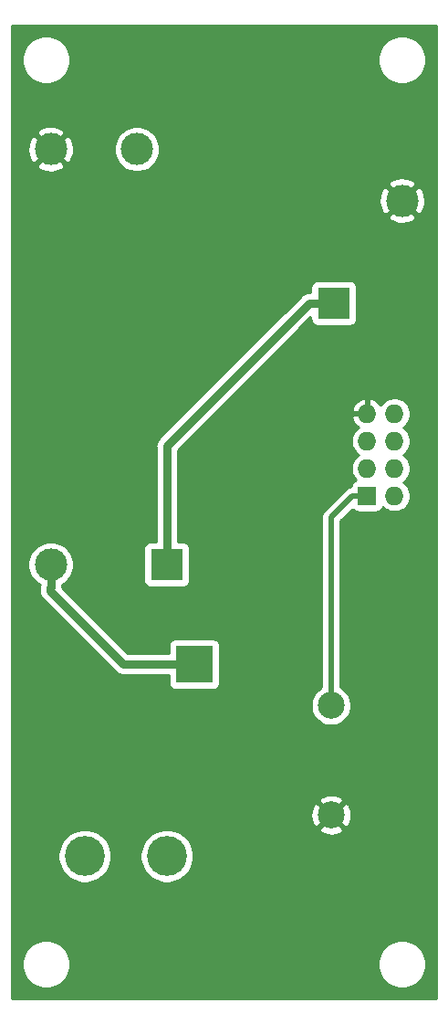
<source format=gtl>
G04 #@! TF.GenerationSoftware,KiCad,Pcbnew,(5.1.5)-3*
G04 #@! TF.CreationDate,2020-05-07T10:05:27-07:00*
G04 #@! TF.ProjectId,Plug_Pass_AC_shield,506c7567-5f50-4617-9373-5f41435f7368,rev?*
G04 #@! TF.SameCoordinates,Original*
G04 #@! TF.FileFunction,Copper,L1,Top*
G04 #@! TF.FilePolarity,Positive*
%FSLAX46Y46*%
G04 Gerber Fmt 4.6, Leading zero omitted, Abs format (unit mm)*
G04 Created by KiCad (PCBNEW (5.1.5)-3) date 2020-05-07 10:05:27*
%MOMM*%
%LPD*%
G04 APERTURE LIST*
%ADD10C,3.000000*%
%ADD11R,3.000000X3.000000*%
%ADD12C,2.500000*%
%ADD13R,3.500000X3.500000*%
%ADD14C,3.700000*%
%ADD15O,1.727200X1.727200*%
%ADD16R,1.727200X1.727200*%
%ADD17C,0.508000*%
%ADD18C,0.762000*%
%ADD19C,0.254000*%
G04 APERTURE END LIST*
D10*
X214645240Y-67657580D03*
D11*
X208295240Y-77157580D03*
D12*
X208045240Y-114447320D03*
X208045240Y-124607320D03*
D13*
X195345240Y-110637320D03*
D14*
X192805240Y-128417320D03*
X185185240Y-128417320D03*
D11*
X192786000Y-101386640D03*
D10*
X190036000Y-62886640D03*
X182036000Y-101386640D03*
X182036000Y-62886640D03*
D15*
X213934040Y-87403940D03*
X211394040Y-87403940D03*
X213934040Y-89943940D03*
X211394040Y-89943940D03*
X213934040Y-92483940D03*
X211394040Y-92483940D03*
X213934040Y-95023940D03*
D16*
X211394040Y-95023940D03*
D17*
X208045240Y-98779140D02*
X208045240Y-114447320D01*
X208045240Y-97001140D02*
X208045240Y-98779140D01*
X210022440Y-95023940D02*
X208045240Y-97001140D01*
X211394040Y-95023940D02*
X210022440Y-95023940D01*
D18*
X192786000Y-99124640D02*
X192786000Y-101386640D01*
X192786000Y-90404820D02*
X192786000Y-99124640D01*
X206033240Y-77157580D02*
X192786000Y-90404820D01*
X208295240Y-77157580D02*
X206033240Y-77157580D01*
X195345240Y-110637320D02*
X192935860Y-110637320D01*
X182036000Y-103507960D02*
X182006240Y-103537720D01*
X182036000Y-101386640D02*
X182036000Y-103507960D01*
X182006240Y-103537720D02*
X182006240Y-103870760D01*
X188772800Y-110637320D02*
X192935860Y-110637320D01*
X182006240Y-103870760D02*
X188772800Y-110637320D01*
D19*
G36*
X217792301Y-141592300D02*
G01*
X178447700Y-141592300D01*
X178447700Y-138205296D01*
X179328539Y-138205296D01*
X179328539Y-138654704D01*
X179416214Y-139095478D01*
X179588196Y-139510677D01*
X179837874Y-139884347D01*
X180155653Y-140202126D01*
X180529323Y-140451804D01*
X180944522Y-140623786D01*
X181385296Y-140711461D01*
X181834704Y-140711461D01*
X182275478Y-140623786D01*
X182690677Y-140451804D01*
X183064347Y-140202126D01*
X183382126Y-139884347D01*
X183631804Y-139510677D01*
X183803786Y-139095478D01*
X183891461Y-138654704D01*
X183891461Y-138205296D01*
X212348539Y-138205296D01*
X212348539Y-138654704D01*
X212436214Y-139095478D01*
X212608196Y-139510677D01*
X212857874Y-139884347D01*
X213175653Y-140202126D01*
X213549323Y-140451804D01*
X213964522Y-140623786D01*
X214405296Y-140711461D01*
X214854704Y-140711461D01*
X215295478Y-140623786D01*
X215710677Y-140451804D01*
X216084347Y-140202126D01*
X216402126Y-139884347D01*
X216651804Y-139510677D01*
X216823786Y-139095478D01*
X216911461Y-138654704D01*
X216911461Y-138205296D01*
X216823786Y-137764522D01*
X216651804Y-137349323D01*
X216402126Y-136975653D01*
X216084347Y-136657874D01*
X215710677Y-136408196D01*
X215295478Y-136236214D01*
X214854704Y-136148539D01*
X214405296Y-136148539D01*
X213964522Y-136236214D01*
X213549323Y-136408196D01*
X213175653Y-136657874D01*
X212857874Y-136975653D01*
X212608196Y-137349323D01*
X212436214Y-137764522D01*
X212348539Y-138205296D01*
X183891461Y-138205296D01*
X183803786Y-137764522D01*
X183631804Y-137349323D01*
X183382126Y-136975653D01*
X183064347Y-136657874D01*
X182690677Y-136408196D01*
X182275478Y-136236214D01*
X181834704Y-136148539D01*
X181385296Y-136148539D01*
X180944522Y-136236214D01*
X180529323Y-136408196D01*
X180155653Y-136657874D01*
X179837874Y-136975653D01*
X179588196Y-137349323D01*
X179416214Y-137764522D01*
X179328539Y-138205296D01*
X178447700Y-138205296D01*
X178447700Y-128172569D01*
X182700240Y-128172569D01*
X182700240Y-128662071D01*
X182795737Y-129142168D01*
X182983061Y-129594409D01*
X183255014Y-130001415D01*
X183601145Y-130347546D01*
X184008151Y-130619499D01*
X184460392Y-130806823D01*
X184940489Y-130902320D01*
X185429991Y-130902320D01*
X185910088Y-130806823D01*
X186362329Y-130619499D01*
X186769335Y-130347546D01*
X187115466Y-130001415D01*
X187387419Y-129594409D01*
X187574743Y-129142168D01*
X187670240Y-128662071D01*
X187670240Y-128172569D01*
X190320240Y-128172569D01*
X190320240Y-128662071D01*
X190415737Y-129142168D01*
X190603061Y-129594409D01*
X190875014Y-130001415D01*
X191221145Y-130347546D01*
X191628151Y-130619499D01*
X192080392Y-130806823D01*
X192560489Y-130902320D01*
X193049991Y-130902320D01*
X193530088Y-130806823D01*
X193982329Y-130619499D01*
X194389335Y-130347546D01*
X194735466Y-130001415D01*
X195007419Y-129594409D01*
X195194743Y-129142168D01*
X195290240Y-128662071D01*
X195290240Y-128172569D01*
X195194743Y-127692472D01*
X195007419Y-127240231D01*
X194735466Y-126833225D01*
X194389335Y-126487094D01*
X193982329Y-126215141D01*
X193530088Y-126027817D01*
X193049991Y-125932320D01*
X192560489Y-125932320D01*
X192080392Y-126027817D01*
X191628151Y-126215141D01*
X191221145Y-126487094D01*
X190875014Y-126833225D01*
X190603061Y-127240231D01*
X190415737Y-127692472D01*
X190320240Y-128172569D01*
X187670240Y-128172569D01*
X187574743Y-127692472D01*
X187387419Y-127240231D01*
X187115466Y-126833225D01*
X186769335Y-126487094D01*
X186362329Y-126215141D01*
X185910088Y-126027817D01*
X185429991Y-125932320D01*
X184940489Y-125932320D01*
X184460392Y-126027817D01*
X184008151Y-126215141D01*
X183601145Y-126487094D01*
X183255014Y-126833225D01*
X182983061Y-127240231D01*
X182795737Y-127692472D01*
X182700240Y-128172569D01*
X178447700Y-128172569D01*
X178447700Y-125920925D01*
X206911240Y-125920925D01*
X207037154Y-126210897D01*
X207369366Y-126376753D01*
X207727552Y-126474610D01*
X208097946Y-126500709D01*
X208466315Y-126454045D01*
X208818502Y-126336414D01*
X209053326Y-126210897D01*
X209179240Y-125920925D01*
X208045240Y-124786925D01*
X206911240Y-125920925D01*
X178447700Y-125920925D01*
X178447700Y-124660026D01*
X206151851Y-124660026D01*
X206198515Y-125028395D01*
X206316146Y-125380582D01*
X206441663Y-125615406D01*
X206731635Y-125741320D01*
X207865635Y-124607320D01*
X208224845Y-124607320D01*
X209358845Y-125741320D01*
X209648817Y-125615406D01*
X209814673Y-125283194D01*
X209912530Y-124925008D01*
X209938629Y-124554614D01*
X209891965Y-124186245D01*
X209774334Y-123834058D01*
X209648817Y-123599234D01*
X209358845Y-123473320D01*
X208224845Y-124607320D01*
X207865635Y-124607320D01*
X206731635Y-123473320D01*
X206441663Y-123599234D01*
X206275807Y-123931446D01*
X206177950Y-124289632D01*
X206151851Y-124660026D01*
X178447700Y-124660026D01*
X178447700Y-123293715D01*
X206911240Y-123293715D01*
X208045240Y-124427715D01*
X209179240Y-123293715D01*
X209053326Y-123003743D01*
X208721114Y-122837887D01*
X208362928Y-122740030D01*
X207992534Y-122713931D01*
X207624165Y-122760595D01*
X207271978Y-122878226D01*
X207037154Y-123003743D01*
X206911240Y-123293715D01*
X178447700Y-123293715D01*
X178447700Y-114261664D01*
X206160240Y-114261664D01*
X206160240Y-114632976D01*
X206232679Y-114997154D01*
X206374774Y-115340202D01*
X206581065Y-115648938D01*
X206843622Y-115911495D01*
X207152358Y-116117786D01*
X207495406Y-116259881D01*
X207859584Y-116332320D01*
X208230896Y-116332320D01*
X208595074Y-116259881D01*
X208938122Y-116117786D01*
X209246858Y-115911495D01*
X209509415Y-115648938D01*
X209715706Y-115340202D01*
X209857801Y-114997154D01*
X209930240Y-114632976D01*
X209930240Y-114261664D01*
X209857801Y-113897486D01*
X209715706Y-113554438D01*
X209509415Y-113245702D01*
X209246858Y-112983145D01*
X208938122Y-112776854D01*
X208934240Y-112775246D01*
X208934240Y-97369375D01*
X210027705Y-96275911D01*
X210079255Y-96338725D01*
X210175946Y-96418077D01*
X210286260Y-96477042D01*
X210405958Y-96513352D01*
X210530440Y-96525612D01*
X212257640Y-96525612D01*
X212382122Y-96513352D01*
X212501820Y-96477042D01*
X212612134Y-96418077D01*
X212708825Y-96338725D01*
X212788177Y-96242034D01*
X212847142Y-96131720D01*
X212864676Y-96073917D01*
X212978738Y-96187979D01*
X213224187Y-96351982D01*
X213496915Y-96464950D01*
X213786441Y-96522540D01*
X214081639Y-96522540D01*
X214371165Y-96464950D01*
X214643893Y-96351982D01*
X214889342Y-96187979D01*
X215098079Y-95979242D01*
X215262082Y-95733793D01*
X215375050Y-95461065D01*
X215432640Y-95171539D01*
X215432640Y-94876341D01*
X215375050Y-94586815D01*
X215262082Y-94314087D01*
X215098079Y-94068638D01*
X214889342Y-93859901D01*
X214730759Y-93753940D01*
X214889342Y-93647979D01*
X215098079Y-93439242D01*
X215262082Y-93193793D01*
X215375050Y-92921065D01*
X215432640Y-92631539D01*
X215432640Y-92336341D01*
X215375050Y-92046815D01*
X215262082Y-91774087D01*
X215098079Y-91528638D01*
X214889342Y-91319901D01*
X214730759Y-91213940D01*
X214889342Y-91107979D01*
X215098079Y-90899242D01*
X215262082Y-90653793D01*
X215375050Y-90381065D01*
X215432640Y-90091539D01*
X215432640Y-89796341D01*
X215375050Y-89506815D01*
X215262082Y-89234087D01*
X215098079Y-88988638D01*
X214889342Y-88779901D01*
X214730759Y-88673940D01*
X214889342Y-88567979D01*
X215098079Y-88359242D01*
X215262082Y-88113793D01*
X215375050Y-87841065D01*
X215432640Y-87551539D01*
X215432640Y-87256341D01*
X215375050Y-86966815D01*
X215262082Y-86694087D01*
X215098079Y-86448638D01*
X214889342Y-86239901D01*
X214643893Y-86075898D01*
X214371165Y-85962930D01*
X214081639Y-85905340D01*
X213786441Y-85905340D01*
X213496915Y-85962930D01*
X213224187Y-86075898D01*
X212978738Y-86239901D01*
X212770001Y-86448638D01*
X212662348Y-86609753D01*
X212500894Y-86393647D01*
X212282528Y-86197123D01*
X212030018Y-86046976D01*
X211753067Y-85948977D01*
X211521040Y-86069476D01*
X211521040Y-87276940D01*
X211541040Y-87276940D01*
X211541040Y-87530940D01*
X211521040Y-87530940D01*
X211521040Y-87550940D01*
X211267040Y-87550940D01*
X211267040Y-87530940D01*
X210060223Y-87530940D01*
X209939082Y-87762966D01*
X209984818Y-87913754D01*
X210111356Y-88178884D01*
X210287186Y-88414233D01*
X210505552Y-88610757D01*
X210604143Y-88669381D01*
X210438738Y-88779901D01*
X210230001Y-88988638D01*
X210065998Y-89234087D01*
X209953030Y-89506815D01*
X209895440Y-89796341D01*
X209895440Y-90091539D01*
X209953030Y-90381065D01*
X210065998Y-90653793D01*
X210230001Y-90899242D01*
X210438738Y-91107979D01*
X210597321Y-91213940D01*
X210438738Y-91319901D01*
X210230001Y-91528638D01*
X210065998Y-91774087D01*
X209953030Y-92046815D01*
X209895440Y-92336341D01*
X209895440Y-92631539D01*
X209953030Y-92921065D01*
X210065998Y-93193793D01*
X210230001Y-93439242D01*
X210344063Y-93553304D01*
X210286260Y-93570838D01*
X210175946Y-93629803D01*
X210079255Y-93709155D01*
X209999903Y-93805846D01*
X209940938Y-93916160D01*
X209904628Y-94035858D01*
X209894048Y-94143285D01*
X209866513Y-94145997D01*
X209848165Y-94147804D01*
X209775198Y-94169938D01*
X209680589Y-94198637D01*
X209526149Y-94281187D01*
X209390781Y-94392281D01*
X209362946Y-94426198D01*
X207447504Y-96341641D01*
X207413581Y-96369481D01*
X207302487Y-96504850D01*
X207219937Y-96659290D01*
X207169104Y-96826867D01*
X207156240Y-96957474D01*
X207156240Y-96957480D01*
X207151940Y-97001140D01*
X207156240Y-97044800D01*
X207156241Y-98735464D01*
X207156240Y-98735474D01*
X207156241Y-112775246D01*
X207152358Y-112776854D01*
X206843622Y-112983145D01*
X206581065Y-113245702D01*
X206374774Y-113554438D01*
X206232679Y-113897486D01*
X206160240Y-114261664D01*
X178447700Y-114261664D01*
X178447700Y-101176361D01*
X179901000Y-101176361D01*
X179901000Y-101596919D01*
X179983047Y-102009396D01*
X180143988Y-102397942D01*
X180377637Y-102747623D01*
X180675017Y-103045003D01*
X181020001Y-103275513D01*
X181020001Y-103288908D01*
X181004942Y-103338550D01*
X180985325Y-103537720D01*
X180990240Y-103587622D01*
X180990240Y-103820858D01*
X180985325Y-103870760D01*
X180990240Y-103920661D01*
X180990240Y-103920662D01*
X181004942Y-104069931D01*
X181063038Y-104261447D01*
X181157380Y-104437950D01*
X181284345Y-104592656D01*
X181323108Y-104624468D01*
X188019092Y-111320453D01*
X188050904Y-111359216D01*
X188205610Y-111486180D01*
X188320632Y-111547660D01*
X188382112Y-111580522D01*
X188573629Y-111638618D01*
X188772800Y-111658235D01*
X188822702Y-111653320D01*
X192957168Y-111653320D01*
X192957168Y-112387320D01*
X192969428Y-112511802D01*
X193005738Y-112631500D01*
X193064703Y-112741814D01*
X193144055Y-112838505D01*
X193240746Y-112917857D01*
X193351060Y-112976822D01*
X193470758Y-113013132D01*
X193595240Y-113025392D01*
X197095240Y-113025392D01*
X197219722Y-113013132D01*
X197339420Y-112976822D01*
X197449734Y-112917857D01*
X197546425Y-112838505D01*
X197625777Y-112741814D01*
X197684742Y-112631500D01*
X197721052Y-112511802D01*
X197733312Y-112387320D01*
X197733312Y-108887320D01*
X197721052Y-108762838D01*
X197684742Y-108643140D01*
X197625777Y-108532826D01*
X197546425Y-108436135D01*
X197449734Y-108356783D01*
X197339420Y-108297818D01*
X197219722Y-108261508D01*
X197095240Y-108249248D01*
X193595240Y-108249248D01*
X193470758Y-108261508D01*
X193351060Y-108297818D01*
X193240746Y-108356783D01*
X193144055Y-108436135D01*
X193064703Y-108532826D01*
X193005738Y-108643140D01*
X192969428Y-108762838D01*
X192957168Y-108887320D01*
X192957168Y-109621320D01*
X189193641Y-109621320D01*
X183054362Y-103482042D01*
X183052000Y-103458058D01*
X183052000Y-103275513D01*
X183396983Y-103045003D01*
X183694363Y-102747623D01*
X183928012Y-102397942D01*
X184088953Y-102009396D01*
X184171000Y-101596919D01*
X184171000Y-101176361D01*
X184088953Y-100763884D01*
X183928012Y-100375338D01*
X183694363Y-100025657D01*
X183555346Y-99886640D01*
X190647928Y-99886640D01*
X190647928Y-102886640D01*
X190660188Y-103011122D01*
X190696498Y-103130820D01*
X190755463Y-103241134D01*
X190834815Y-103337825D01*
X190931506Y-103417177D01*
X191041820Y-103476142D01*
X191161518Y-103512452D01*
X191286000Y-103524712D01*
X194286000Y-103524712D01*
X194410482Y-103512452D01*
X194530180Y-103476142D01*
X194640494Y-103417177D01*
X194737185Y-103337825D01*
X194816537Y-103241134D01*
X194875502Y-103130820D01*
X194911812Y-103011122D01*
X194924072Y-102886640D01*
X194924072Y-99886640D01*
X194911812Y-99762158D01*
X194875502Y-99642460D01*
X194816537Y-99532146D01*
X194737185Y-99435455D01*
X194640494Y-99356103D01*
X194530180Y-99297138D01*
X194410482Y-99260828D01*
X194286000Y-99248568D01*
X193802000Y-99248568D01*
X193802000Y-90825660D01*
X197582746Y-87044914D01*
X209939082Y-87044914D01*
X210060223Y-87276940D01*
X211267040Y-87276940D01*
X211267040Y-86069476D01*
X211035013Y-85948977D01*
X210758062Y-86046976D01*
X210505552Y-86197123D01*
X210287186Y-86393647D01*
X210111356Y-86628996D01*
X209984818Y-86894126D01*
X209939082Y-87044914D01*
X197582746Y-87044914D01*
X206157168Y-78470493D01*
X206157168Y-78657580D01*
X206169428Y-78782062D01*
X206205738Y-78901760D01*
X206264703Y-79012074D01*
X206344055Y-79108765D01*
X206440746Y-79188117D01*
X206551060Y-79247082D01*
X206670758Y-79283392D01*
X206795240Y-79295652D01*
X209795240Y-79295652D01*
X209919722Y-79283392D01*
X210039420Y-79247082D01*
X210149734Y-79188117D01*
X210246425Y-79108765D01*
X210325777Y-79012074D01*
X210384742Y-78901760D01*
X210421052Y-78782062D01*
X210433312Y-78657580D01*
X210433312Y-75657580D01*
X210421052Y-75533098D01*
X210384742Y-75413400D01*
X210325777Y-75303086D01*
X210246425Y-75206395D01*
X210149734Y-75127043D01*
X210039420Y-75068078D01*
X209919722Y-75031768D01*
X209795240Y-75019508D01*
X206795240Y-75019508D01*
X206670758Y-75031768D01*
X206551060Y-75068078D01*
X206440746Y-75127043D01*
X206344055Y-75206395D01*
X206264703Y-75303086D01*
X206205738Y-75413400D01*
X206169428Y-75533098D01*
X206157168Y-75657580D01*
X206157168Y-76141580D01*
X206083133Y-76141580D01*
X206033239Y-76136666D01*
X205983345Y-76141580D01*
X205983338Y-76141580D01*
X205853417Y-76154376D01*
X205834068Y-76156282D01*
X205775972Y-76173906D01*
X205642553Y-76214378D01*
X205466050Y-76308720D01*
X205311344Y-76435684D01*
X205279532Y-76474447D01*
X192102872Y-89651108D01*
X192064104Y-89682924D01*
X191937140Y-89837630D01*
X191842798Y-90014134D01*
X191784702Y-90205649D01*
X191784702Y-90205650D01*
X191765085Y-90404820D01*
X191770000Y-90454722D01*
X191770001Y-99074729D01*
X191770000Y-99074739D01*
X191770000Y-99248568D01*
X191286000Y-99248568D01*
X191161518Y-99260828D01*
X191041820Y-99297138D01*
X190931506Y-99356103D01*
X190834815Y-99435455D01*
X190755463Y-99532146D01*
X190696498Y-99642460D01*
X190660188Y-99762158D01*
X190647928Y-99886640D01*
X183555346Y-99886640D01*
X183396983Y-99728277D01*
X183047302Y-99494628D01*
X182658756Y-99333687D01*
X182246279Y-99251640D01*
X181825721Y-99251640D01*
X181413244Y-99333687D01*
X181024698Y-99494628D01*
X180675017Y-99728277D01*
X180377637Y-100025657D01*
X180143988Y-100375338D01*
X179983047Y-100763884D01*
X179901000Y-101176361D01*
X178447700Y-101176361D01*
X178447700Y-69149233D01*
X213333192Y-69149233D01*
X213489202Y-69464794D01*
X213863985Y-69655600D01*
X214268791Y-69769624D01*
X214688064Y-69802482D01*
X215105691Y-69752914D01*
X215505623Y-69622823D01*
X215801278Y-69464794D01*
X215957288Y-69149233D01*
X214645240Y-67837185D01*
X213333192Y-69149233D01*
X178447700Y-69149233D01*
X178447700Y-67700404D01*
X212500338Y-67700404D01*
X212549906Y-68118031D01*
X212679997Y-68517963D01*
X212838026Y-68813618D01*
X213153587Y-68969628D01*
X214465635Y-67657580D01*
X214824845Y-67657580D01*
X216136893Y-68969628D01*
X216452454Y-68813618D01*
X216643260Y-68438835D01*
X216757284Y-68034029D01*
X216790142Y-67614756D01*
X216740574Y-67197129D01*
X216610483Y-66797197D01*
X216452454Y-66501542D01*
X216136893Y-66345532D01*
X214824845Y-67657580D01*
X214465635Y-67657580D01*
X213153587Y-66345532D01*
X212838026Y-66501542D01*
X212647220Y-66876325D01*
X212533196Y-67281131D01*
X212500338Y-67700404D01*
X178447700Y-67700404D01*
X178447700Y-66165927D01*
X213333192Y-66165927D01*
X214645240Y-67477975D01*
X215957288Y-66165927D01*
X215801278Y-65850366D01*
X215426495Y-65659560D01*
X215021689Y-65545536D01*
X214602416Y-65512678D01*
X214184789Y-65562246D01*
X213784857Y-65692337D01*
X213489202Y-65850366D01*
X213333192Y-66165927D01*
X178447700Y-66165927D01*
X178447700Y-64378293D01*
X180723952Y-64378293D01*
X180879962Y-64693854D01*
X181254745Y-64884660D01*
X181659551Y-64998684D01*
X182078824Y-65031542D01*
X182496451Y-64981974D01*
X182896383Y-64851883D01*
X183192038Y-64693854D01*
X183348048Y-64378293D01*
X182036000Y-63066245D01*
X180723952Y-64378293D01*
X178447700Y-64378293D01*
X178447700Y-62929464D01*
X179891098Y-62929464D01*
X179940666Y-63347091D01*
X180070757Y-63747023D01*
X180228786Y-64042678D01*
X180544347Y-64198688D01*
X181856395Y-62886640D01*
X182215605Y-62886640D01*
X183527653Y-64198688D01*
X183843214Y-64042678D01*
X184034020Y-63667895D01*
X184148044Y-63263089D01*
X184180902Y-62843816D01*
X184161027Y-62676361D01*
X187901000Y-62676361D01*
X187901000Y-63096919D01*
X187983047Y-63509396D01*
X188143988Y-63897942D01*
X188377637Y-64247623D01*
X188675017Y-64545003D01*
X189024698Y-64778652D01*
X189413244Y-64939593D01*
X189825721Y-65021640D01*
X190246279Y-65021640D01*
X190658756Y-64939593D01*
X191047302Y-64778652D01*
X191396983Y-64545003D01*
X191694363Y-64247623D01*
X191928012Y-63897942D01*
X192088953Y-63509396D01*
X192171000Y-63096919D01*
X192171000Y-62676361D01*
X192088953Y-62263884D01*
X191928012Y-61875338D01*
X191694363Y-61525657D01*
X191396983Y-61228277D01*
X191047302Y-60994628D01*
X190658756Y-60833687D01*
X190246279Y-60751640D01*
X189825721Y-60751640D01*
X189413244Y-60833687D01*
X189024698Y-60994628D01*
X188675017Y-61228277D01*
X188377637Y-61525657D01*
X188143988Y-61875338D01*
X187983047Y-62263884D01*
X187901000Y-62676361D01*
X184161027Y-62676361D01*
X184131334Y-62426189D01*
X184001243Y-62026257D01*
X183843214Y-61730602D01*
X183527653Y-61574592D01*
X182215605Y-62886640D01*
X181856395Y-62886640D01*
X180544347Y-61574592D01*
X180228786Y-61730602D01*
X180037980Y-62105385D01*
X179923956Y-62510191D01*
X179891098Y-62929464D01*
X178447700Y-62929464D01*
X178447700Y-61394987D01*
X180723952Y-61394987D01*
X182036000Y-62707035D01*
X183348048Y-61394987D01*
X183192038Y-61079426D01*
X182817255Y-60888620D01*
X182412449Y-60774596D01*
X181993176Y-60741738D01*
X181575549Y-60791306D01*
X181175617Y-60921397D01*
X180879962Y-61079426D01*
X180723952Y-61394987D01*
X178447700Y-61394987D01*
X178447700Y-54385296D01*
X179328539Y-54385296D01*
X179328539Y-54834704D01*
X179416214Y-55275478D01*
X179588196Y-55690677D01*
X179837874Y-56064347D01*
X180155653Y-56382126D01*
X180529323Y-56631804D01*
X180944522Y-56803786D01*
X181385296Y-56891461D01*
X181834704Y-56891461D01*
X182275478Y-56803786D01*
X182690677Y-56631804D01*
X183064347Y-56382126D01*
X183382126Y-56064347D01*
X183631804Y-55690677D01*
X183803786Y-55275478D01*
X183891461Y-54834704D01*
X183891461Y-54385296D01*
X212348539Y-54385296D01*
X212348539Y-54834704D01*
X212436214Y-55275478D01*
X212608196Y-55690677D01*
X212857874Y-56064347D01*
X213175653Y-56382126D01*
X213549323Y-56631804D01*
X213964522Y-56803786D01*
X214405296Y-56891461D01*
X214854704Y-56891461D01*
X215295478Y-56803786D01*
X215710677Y-56631804D01*
X216084347Y-56382126D01*
X216402126Y-56064347D01*
X216651804Y-55690677D01*
X216823786Y-55275478D01*
X216911461Y-54834704D01*
X216911461Y-54385296D01*
X216823786Y-53944522D01*
X216651804Y-53529323D01*
X216402126Y-53155653D01*
X216084347Y-52837874D01*
X215710677Y-52588196D01*
X215295478Y-52416214D01*
X214854704Y-52328539D01*
X214405296Y-52328539D01*
X213964522Y-52416214D01*
X213549323Y-52588196D01*
X213175653Y-52837874D01*
X212857874Y-53155653D01*
X212608196Y-53529323D01*
X212436214Y-53944522D01*
X212348539Y-54385296D01*
X183891461Y-54385296D01*
X183803786Y-53944522D01*
X183631804Y-53529323D01*
X183382126Y-53155653D01*
X183064347Y-52837874D01*
X182690677Y-52588196D01*
X182275478Y-52416214D01*
X181834704Y-52328539D01*
X181385296Y-52328539D01*
X180944522Y-52416214D01*
X180529323Y-52588196D01*
X180155653Y-52837874D01*
X179837874Y-53155653D01*
X179588196Y-53529323D01*
X179416214Y-53944522D01*
X179328539Y-54385296D01*
X178447700Y-54385296D01*
X178447700Y-51447700D01*
X217792300Y-51447700D01*
X217792301Y-141592300D01*
G37*
X217792301Y-141592300D02*
X178447700Y-141592300D01*
X178447700Y-138205296D01*
X179328539Y-138205296D01*
X179328539Y-138654704D01*
X179416214Y-139095478D01*
X179588196Y-139510677D01*
X179837874Y-139884347D01*
X180155653Y-140202126D01*
X180529323Y-140451804D01*
X180944522Y-140623786D01*
X181385296Y-140711461D01*
X181834704Y-140711461D01*
X182275478Y-140623786D01*
X182690677Y-140451804D01*
X183064347Y-140202126D01*
X183382126Y-139884347D01*
X183631804Y-139510677D01*
X183803786Y-139095478D01*
X183891461Y-138654704D01*
X183891461Y-138205296D01*
X212348539Y-138205296D01*
X212348539Y-138654704D01*
X212436214Y-139095478D01*
X212608196Y-139510677D01*
X212857874Y-139884347D01*
X213175653Y-140202126D01*
X213549323Y-140451804D01*
X213964522Y-140623786D01*
X214405296Y-140711461D01*
X214854704Y-140711461D01*
X215295478Y-140623786D01*
X215710677Y-140451804D01*
X216084347Y-140202126D01*
X216402126Y-139884347D01*
X216651804Y-139510677D01*
X216823786Y-139095478D01*
X216911461Y-138654704D01*
X216911461Y-138205296D01*
X216823786Y-137764522D01*
X216651804Y-137349323D01*
X216402126Y-136975653D01*
X216084347Y-136657874D01*
X215710677Y-136408196D01*
X215295478Y-136236214D01*
X214854704Y-136148539D01*
X214405296Y-136148539D01*
X213964522Y-136236214D01*
X213549323Y-136408196D01*
X213175653Y-136657874D01*
X212857874Y-136975653D01*
X212608196Y-137349323D01*
X212436214Y-137764522D01*
X212348539Y-138205296D01*
X183891461Y-138205296D01*
X183803786Y-137764522D01*
X183631804Y-137349323D01*
X183382126Y-136975653D01*
X183064347Y-136657874D01*
X182690677Y-136408196D01*
X182275478Y-136236214D01*
X181834704Y-136148539D01*
X181385296Y-136148539D01*
X180944522Y-136236214D01*
X180529323Y-136408196D01*
X180155653Y-136657874D01*
X179837874Y-136975653D01*
X179588196Y-137349323D01*
X179416214Y-137764522D01*
X179328539Y-138205296D01*
X178447700Y-138205296D01*
X178447700Y-128172569D01*
X182700240Y-128172569D01*
X182700240Y-128662071D01*
X182795737Y-129142168D01*
X182983061Y-129594409D01*
X183255014Y-130001415D01*
X183601145Y-130347546D01*
X184008151Y-130619499D01*
X184460392Y-130806823D01*
X184940489Y-130902320D01*
X185429991Y-130902320D01*
X185910088Y-130806823D01*
X186362329Y-130619499D01*
X186769335Y-130347546D01*
X187115466Y-130001415D01*
X187387419Y-129594409D01*
X187574743Y-129142168D01*
X187670240Y-128662071D01*
X187670240Y-128172569D01*
X190320240Y-128172569D01*
X190320240Y-128662071D01*
X190415737Y-129142168D01*
X190603061Y-129594409D01*
X190875014Y-130001415D01*
X191221145Y-130347546D01*
X191628151Y-130619499D01*
X192080392Y-130806823D01*
X192560489Y-130902320D01*
X193049991Y-130902320D01*
X193530088Y-130806823D01*
X193982329Y-130619499D01*
X194389335Y-130347546D01*
X194735466Y-130001415D01*
X195007419Y-129594409D01*
X195194743Y-129142168D01*
X195290240Y-128662071D01*
X195290240Y-128172569D01*
X195194743Y-127692472D01*
X195007419Y-127240231D01*
X194735466Y-126833225D01*
X194389335Y-126487094D01*
X193982329Y-126215141D01*
X193530088Y-126027817D01*
X193049991Y-125932320D01*
X192560489Y-125932320D01*
X192080392Y-126027817D01*
X191628151Y-126215141D01*
X191221145Y-126487094D01*
X190875014Y-126833225D01*
X190603061Y-127240231D01*
X190415737Y-127692472D01*
X190320240Y-128172569D01*
X187670240Y-128172569D01*
X187574743Y-127692472D01*
X187387419Y-127240231D01*
X187115466Y-126833225D01*
X186769335Y-126487094D01*
X186362329Y-126215141D01*
X185910088Y-126027817D01*
X185429991Y-125932320D01*
X184940489Y-125932320D01*
X184460392Y-126027817D01*
X184008151Y-126215141D01*
X183601145Y-126487094D01*
X183255014Y-126833225D01*
X182983061Y-127240231D01*
X182795737Y-127692472D01*
X182700240Y-128172569D01*
X178447700Y-128172569D01*
X178447700Y-125920925D01*
X206911240Y-125920925D01*
X207037154Y-126210897D01*
X207369366Y-126376753D01*
X207727552Y-126474610D01*
X208097946Y-126500709D01*
X208466315Y-126454045D01*
X208818502Y-126336414D01*
X209053326Y-126210897D01*
X209179240Y-125920925D01*
X208045240Y-124786925D01*
X206911240Y-125920925D01*
X178447700Y-125920925D01*
X178447700Y-124660026D01*
X206151851Y-124660026D01*
X206198515Y-125028395D01*
X206316146Y-125380582D01*
X206441663Y-125615406D01*
X206731635Y-125741320D01*
X207865635Y-124607320D01*
X208224845Y-124607320D01*
X209358845Y-125741320D01*
X209648817Y-125615406D01*
X209814673Y-125283194D01*
X209912530Y-124925008D01*
X209938629Y-124554614D01*
X209891965Y-124186245D01*
X209774334Y-123834058D01*
X209648817Y-123599234D01*
X209358845Y-123473320D01*
X208224845Y-124607320D01*
X207865635Y-124607320D01*
X206731635Y-123473320D01*
X206441663Y-123599234D01*
X206275807Y-123931446D01*
X206177950Y-124289632D01*
X206151851Y-124660026D01*
X178447700Y-124660026D01*
X178447700Y-123293715D01*
X206911240Y-123293715D01*
X208045240Y-124427715D01*
X209179240Y-123293715D01*
X209053326Y-123003743D01*
X208721114Y-122837887D01*
X208362928Y-122740030D01*
X207992534Y-122713931D01*
X207624165Y-122760595D01*
X207271978Y-122878226D01*
X207037154Y-123003743D01*
X206911240Y-123293715D01*
X178447700Y-123293715D01*
X178447700Y-114261664D01*
X206160240Y-114261664D01*
X206160240Y-114632976D01*
X206232679Y-114997154D01*
X206374774Y-115340202D01*
X206581065Y-115648938D01*
X206843622Y-115911495D01*
X207152358Y-116117786D01*
X207495406Y-116259881D01*
X207859584Y-116332320D01*
X208230896Y-116332320D01*
X208595074Y-116259881D01*
X208938122Y-116117786D01*
X209246858Y-115911495D01*
X209509415Y-115648938D01*
X209715706Y-115340202D01*
X209857801Y-114997154D01*
X209930240Y-114632976D01*
X209930240Y-114261664D01*
X209857801Y-113897486D01*
X209715706Y-113554438D01*
X209509415Y-113245702D01*
X209246858Y-112983145D01*
X208938122Y-112776854D01*
X208934240Y-112775246D01*
X208934240Y-97369375D01*
X210027705Y-96275911D01*
X210079255Y-96338725D01*
X210175946Y-96418077D01*
X210286260Y-96477042D01*
X210405958Y-96513352D01*
X210530440Y-96525612D01*
X212257640Y-96525612D01*
X212382122Y-96513352D01*
X212501820Y-96477042D01*
X212612134Y-96418077D01*
X212708825Y-96338725D01*
X212788177Y-96242034D01*
X212847142Y-96131720D01*
X212864676Y-96073917D01*
X212978738Y-96187979D01*
X213224187Y-96351982D01*
X213496915Y-96464950D01*
X213786441Y-96522540D01*
X214081639Y-96522540D01*
X214371165Y-96464950D01*
X214643893Y-96351982D01*
X214889342Y-96187979D01*
X215098079Y-95979242D01*
X215262082Y-95733793D01*
X215375050Y-95461065D01*
X215432640Y-95171539D01*
X215432640Y-94876341D01*
X215375050Y-94586815D01*
X215262082Y-94314087D01*
X215098079Y-94068638D01*
X214889342Y-93859901D01*
X214730759Y-93753940D01*
X214889342Y-93647979D01*
X215098079Y-93439242D01*
X215262082Y-93193793D01*
X215375050Y-92921065D01*
X215432640Y-92631539D01*
X215432640Y-92336341D01*
X215375050Y-92046815D01*
X215262082Y-91774087D01*
X215098079Y-91528638D01*
X214889342Y-91319901D01*
X214730759Y-91213940D01*
X214889342Y-91107979D01*
X215098079Y-90899242D01*
X215262082Y-90653793D01*
X215375050Y-90381065D01*
X215432640Y-90091539D01*
X215432640Y-89796341D01*
X215375050Y-89506815D01*
X215262082Y-89234087D01*
X215098079Y-88988638D01*
X214889342Y-88779901D01*
X214730759Y-88673940D01*
X214889342Y-88567979D01*
X215098079Y-88359242D01*
X215262082Y-88113793D01*
X215375050Y-87841065D01*
X215432640Y-87551539D01*
X215432640Y-87256341D01*
X215375050Y-86966815D01*
X215262082Y-86694087D01*
X215098079Y-86448638D01*
X214889342Y-86239901D01*
X214643893Y-86075898D01*
X214371165Y-85962930D01*
X214081639Y-85905340D01*
X213786441Y-85905340D01*
X213496915Y-85962930D01*
X213224187Y-86075898D01*
X212978738Y-86239901D01*
X212770001Y-86448638D01*
X212662348Y-86609753D01*
X212500894Y-86393647D01*
X212282528Y-86197123D01*
X212030018Y-86046976D01*
X211753067Y-85948977D01*
X211521040Y-86069476D01*
X211521040Y-87276940D01*
X211541040Y-87276940D01*
X211541040Y-87530940D01*
X211521040Y-87530940D01*
X211521040Y-87550940D01*
X211267040Y-87550940D01*
X211267040Y-87530940D01*
X210060223Y-87530940D01*
X209939082Y-87762966D01*
X209984818Y-87913754D01*
X210111356Y-88178884D01*
X210287186Y-88414233D01*
X210505552Y-88610757D01*
X210604143Y-88669381D01*
X210438738Y-88779901D01*
X210230001Y-88988638D01*
X210065998Y-89234087D01*
X209953030Y-89506815D01*
X209895440Y-89796341D01*
X209895440Y-90091539D01*
X209953030Y-90381065D01*
X210065998Y-90653793D01*
X210230001Y-90899242D01*
X210438738Y-91107979D01*
X210597321Y-91213940D01*
X210438738Y-91319901D01*
X210230001Y-91528638D01*
X210065998Y-91774087D01*
X209953030Y-92046815D01*
X209895440Y-92336341D01*
X209895440Y-92631539D01*
X209953030Y-92921065D01*
X210065998Y-93193793D01*
X210230001Y-93439242D01*
X210344063Y-93553304D01*
X210286260Y-93570838D01*
X210175946Y-93629803D01*
X210079255Y-93709155D01*
X209999903Y-93805846D01*
X209940938Y-93916160D01*
X209904628Y-94035858D01*
X209894048Y-94143285D01*
X209866513Y-94145997D01*
X209848165Y-94147804D01*
X209775198Y-94169938D01*
X209680589Y-94198637D01*
X209526149Y-94281187D01*
X209390781Y-94392281D01*
X209362946Y-94426198D01*
X207447504Y-96341641D01*
X207413581Y-96369481D01*
X207302487Y-96504850D01*
X207219937Y-96659290D01*
X207169104Y-96826867D01*
X207156240Y-96957474D01*
X207156240Y-96957480D01*
X207151940Y-97001140D01*
X207156240Y-97044800D01*
X207156241Y-98735464D01*
X207156240Y-98735474D01*
X207156241Y-112775246D01*
X207152358Y-112776854D01*
X206843622Y-112983145D01*
X206581065Y-113245702D01*
X206374774Y-113554438D01*
X206232679Y-113897486D01*
X206160240Y-114261664D01*
X178447700Y-114261664D01*
X178447700Y-101176361D01*
X179901000Y-101176361D01*
X179901000Y-101596919D01*
X179983047Y-102009396D01*
X180143988Y-102397942D01*
X180377637Y-102747623D01*
X180675017Y-103045003D01*
X181020001Y-103275513D01*
X181020001Y-103288908D01*
X181004942Y-103338550D01*
X180985325Y-103537720D01*
X180990240Y-103587622D01*
X180990240Y-103820858D01*
X180985325Y-103870760D01*
X180990240Y-103920661D01*
X180990240Y-103920662D01*
X181004942Y-104069931D01*
X181063038Y-104261447D01*
X181157380Y-104437950D01*
X181284345Y-104592656D01*
X181323108Y-104624468D01*
X188019092Y-111320453D01*
X188050904Y-111359216D01*
X188205610Y-111486180D01*
X188320632Y-111547660D01*
X188382112Y-111580522D01*
X188573629Y-111638618D01*
X188772800Y-111658235D01*
X188822702Y-111653320D01*
X192957168Y-111653320D01*
X192957168Y-112387320D01*
X192969428Y-112511802D01*
X193005738Y-112631500D01*
X193064703Y-112741814D01*
X193144055Y-112838505D01*
X193240746Y-112917857D01*
X193351060Y-112976822D01*
X193470758Y-113013132D01*
X193595240Y-113025392D01*
X197095240Y-113025392D01*
X197219722Y-113013132D01*
X197339420Y-112976822D01*
X197449734Y-112917857D01*
X197546425Y-112838505D01*
X197625777Y-112741814D01*
X197684742Y-112631500D01*
X197721052Y-112511802D01*
X197733312Y-112387320D01*
X197733312Y-108887320D01*
X197721052Y-108762838D01*
X197684742Y-108643140D01*
X197625777Y-108532826D01*
X197546425Y-108436135D01*
X197449734Y-108356783D01*
X197339420Y-108297818D01*
X197219722Y-108261508D01*
X197095240Y-108249248D01*
X193595240Y-108249248D01*
X193470758Y-108261508D01*
X193351060Y-108297818D01*
X193240746Y-108356783D01*
X193144055Y-108436135D01*
X193064703Y-108532826D01*
X193005738Y-108643140D01*
X192969428Y-108762838D01*
X192957168Y-108887320D01*
X192957168Y-109621320D01*
X189193641Y-109621320D01*
X183054362Y-103482042D01*
X183052000Y-103458058D01*
X183052000Y-103275513D01*
X183396983Y-103045003D01*
X183694363Y-102747623D01*
X183928012Y-102397942D01*
X184088953Y-102009396D01*
X184171000Y-101596919D01*
X184171000Y-101176361D01*
X184088953Y-100763884D01*
X183928012Y-100375338D01*
X183694363Y-100025657D01*
X183555346Y-99886640D01*
X190647928Y-99886640D01*
X190647928Y-102886640D01*
X190660188Y-103011122D01*
X190696498Y-103130820D01*
X190755463Y-103241134D01*
X190834815Y-103337825D01*
X190931506Y-103417177D01*
X191041820Y-103476142D01*
X191161518Y-103512452D01*
X191286000Y-103524712D01*
X194286000Y-103524712D01*
X194410482Y-103512452D01*
X194530180Y-103476142D01*
X194640494Y-103417177D01*
X194737185Y-103337825D01*
X194816537Y-103241134D01*
X194875502Y-103130820D01*
X194911812Y-103011122D01*
X194924072Y-102886640D01*
X194924072Y-99886640D01*
X194911812Y-99762158D01*
X194875502Y-99642460D01*
X194816537Y-99532146D01*
X194737185Y-99435455D01*
X194640494Y-99356103D01*
X194530180Y-99297138D01*
X194410482Y-99260828D01*
X194286000Y-99248568D01*
X193802000Y-99248568D01*
X193802000Y-90825660D01*
X197582746Y-87044914D01*
X209939082Y-87044914D01*
X210060223Y-87276940D01*
X211267040Y-87276940D01*
X211267040Y-86069476D01*
X211035013Y-85948977D01*
X210758062Y-86046976D01*
X210505552Y-86197123D01*
X210287186Y-86393647D01*
X210111356Y-86628996D01*
X209984818Y-86894126D01*
X209939082Y-87044914D01*
X197582746Y-87044914D01*
X206157168Y-78470493D01*
X206157168Y-78657580D01*
X206169428Y-78782062D01*
X206205738Y-78901760D01*
X206264703Y-79012074D01*
X206344055Y-79108765D01*
X206440746Y-79188117D01*
X206551060Y-79247082D01*
X206670758Y-79283392D01*
X206795240Y-79295652D01*
X209795240Y-79295652D01*
X209919722Y-79283392D01*
X210039420Y-79247082D01*
X210149734Y-79188117D01*
X210246425Y-79108765D01*
X210325777Y-79012074D01*
X210384742Y-78901760D01*
X210421052Y-78782062D01*
X210433312Y-78657580D01*
X210433312Y-75657580D01*
X210421052Y-75533098D01*
X210384742Y-75413400D01*
X210325777Y-75303086D01*
X210246425Y-75206395D01*
X210149734Y-75127043D01*
X210039420Y-75068078D01*
X209919722Y-75031768D01*
X209795240Y-75019508D01*
X206795240Y-75019508D01*
X206670758Y-75031768D01*
X206551060Y-75068078D01*
X206440746Y-75127043D01*
X206344055Y-75206395D01*
X206264703Y-75303086D01*
X206205738Y-75413400D01*
X206169428Y-75533098D01*
X206157168Y-75657580D01*
X206157168Y-76141580D01*
X206083133Y-76141580D01*
X206033239Y-76136666D01*
X205983345Y-76141580D01*
X205983338Y-76141580D01*
X205853417Y-76154376D01*
X205834068Y-76156282D01*
X205775972Y-76173906D01*
X205642553Y-76214378D01*
X205466050Y-76308720D01*
X205311344Y-76435684D01*
X205279532Y-76474447D01*
X192102872Y-89651108D01*
X192064104Y-89682924D01*
X191937140Y-89837630D01*
X191842798Y-90014134D01*
X191784702Y-90205649D01*
X191784702Y-90205650D01*
X191765085Y-90404820D01*
X191770000Y-90454722D01*
X191770001Y-99074729D01*
X191770000Y-99074739D01*
X191770000Y-99248568D01*
X191286000Y-99248568D01*
X191161518Y-99260828D01*
X191041820Y-99297138D01*
X190931506Y-99356103D01*
X190834815Y-99435455D01*
X190755463Y-99532146D01*
X190696498Y-99642460D01*
X190660188Y-99762158D01*
X190647928Y-99886640D01*
X183555346Y-99886640D01*
X183396983Y-99728277D01*
X183047302Y-99494628D01*
X182658756Y-99333687D01*
X182246279Y-99251640D01*
X181825721Y-99251640D01*
X181413244Y-99333687D01*
X181024698Y-99494628D01*
X180675017Y-99728277D01*
X180377637Y-100025657D01*
X180143988Y-100375338D01*
X179983047Y-100763884D01*
X179901000Y-101176361D01*
X178447700Y-101176361D01*
X178447700Y-69149233D01*
X213333192Y-69149233D01*
X213489202Y-69464794D01*
X213863985Y-69655600D01*
X214268791Y-69769624D01*
X214688064Y-69802482D01*
X215105691Y-69752914D01*
X215505623Y-69622823D01*
X215801278Y-69464794D01*
X215957288Y-69149233D01*
X214645240Y-67837185D01*
X213333192Y-69149233D01*
X178447700Y-69149233D01*
X178447700Y-67700404D01*
X212500338Y-67700404D01*
X212549906Y-68118031D01*
X212679997Y-68517963D01*
X212838026Y-68813618D01*
X213153587Y-68969628D01*
X214465635Y-67657580D01*
X214824845Y-67657580D01*
X216136893Y-68969628D01*
X216452454Y-68813618D01*
X216643260Y-68438835D01*
X216757284Y-68034029D01*
X216790142Y-67614756D01*
X216740574Y-67197129D01*
X216610483Y-66797197D01*
X216452454Y-66501542D01*
X216136893Y-66345532D01*
X214824845Y-67657580D01*
X214465635Y-67657580D01*
X213153587Y-66345532D01*
X212838026Y-66501542D01*
X212647220Y-66876325D01*
X212533196Y-67281131D01*
X212500338Y-67700404D01*
X178447700Y-67700404D01*
X178447700Y-66165927D01*
X213333192Y-66165927D01*
X214645240Y-67477975D01*
X215957288Y-66165927D01*
X215801278Y-65850366D01*
X215426495Y-65659560D01*
X215021689Y-65545536D01*
X214602416Y-65512678D01*
X214184789Y-65562246D01*
X213784857Y-65692337D01*
X213489202Y-65850366D01*
X213333192Y-66165927D01*
X178447700Y-66165927D01*
X178447700Y-64378293D01*
X180723952Y-64378293D01*
X180879962Y-64693854D01*
X181254745Y-64884660D01*
X181659551Y-64998684D01*
X182078824Y-65031542D01*
X182496451Y-64981974D01*
X182896383Y-64851883D01*
X183192038Y-64693854D01*
X183348048Y-64378293D01*
X182036000Y-63066245D01*
X180723952Y-64378293D01*
X178447700Y-64378293D01*
X178447700Y-62929464D01*
X179891098Y-62929464D01*
X179940666Y-63347091D01*
X180070757Y-63747023D01*
X180228786Y-64042678D01*
X180544347Y-64198688D01*
X181856395Y-62886640D01*
X182215605Y-62886640D01*
X183527653Y-64198688D01*
X183843214Y-64042678D01*
X184034020Y-63667895D01*
X184148044Y-63263089D01*
X184180902Y-62843816D01*
X184161027Y-62676361D01*
X187901000Y-62676361D01*
X187901000Y-63096919D01*
X187983047Y-63509396D01*
X188143988Y-63897942D01*
X188377637Y-64247623D01*
X188675017Y-64545003D01*
X189024698Y-64778652D01*
X189413244Y-64939593D01*
X189825721Y-65021640D01*
X190246279Y-65021640D01*
X190658756Y-64939593D01*
X191047302Y-64778652D01*
X191396983Y-64545003D01*
X191694363Y-64247623D01*
X191928012Y-63897942D01*
X192088953Y-63509396D01*
X192171000Y-63096919D01*
X192171000Y-62676361D01*
X192088953Y-62263884D01*
X191928012Y-61875338D01*
X191694363Y-61525657D01*
X191396983Y-61228277D01*
X191047302Y-60994628D01*
X190658756Y-60833687D01*
X190246279Y-60751640D01*
X189825721Y-60751640D01*
X189413244Y-60833687D01*
X189024698Y-60994628D01*
X188675017Y-61228277D01*
X188377637Y-61525657D01*
X188143988Y-61875338D01*
X187983047Y-62263884D01*
X187901000Y-62676361D01*
X184161027Y-62676361D01*
X184131334Y-62426189D01*
X184001243Y-62026257D01*
X183843214Y-61730602D01*
X183527653Y-61574592D01*
X182215605Y-62886640D01*
X181856395Y-62886640D01*
X180544347Y-61574592D01*
X180228786Y-61730602D01*
X180037980Y-62105385D01*
X179923956Y-62510191D01*
X179891098Y-62929464D01*
X178447700Y-62929464D01*
X178447700Y-61394987D01*
X180723952Y-61394987D01*
X182036000Y-62707035D01*
X183348048Y-61394987D01*
X183192038Y-61079426D01*
X182817255Y-60888620D01*
X182412449Y-60774596D01*
X181993176Y-60741738D01*
X181575549Y-60791306D01*
X181175617Y-60921397D01*
X180879962Y-61079426D01*
X180723952Y-61394987D01*
X178447700Y-61394987D01*
X178447700Y-54385296D01*
X179328539Y-54385296D01*
X179328539Y-54834704D01*
X179416214Y-55275478D01*
X179588196Y-55690677D01*
X179837874Y-56064347D01*
X180155653Y-56382126D01*
X180529323Y-56631804D01*
X180944522Y-56803786D01*
X181385296Y-56891461D01*
X181834704Y-56891461D01*
X182275478Y-56803786D01*
X182690677Y-56631804D01*
X183064347Y-56382126D01*
X183382126Y-56064347D01*
X183631804Y-55690677D01*
X183803786Y-55275478D01*
X183891461Y-54834704D01*
X183891461Y-54385296D01*
X212348539Y-54385296D01*
X212348539Y-54834704D01*
X212436214Y-55275478D01*
X212608196Y-55690677D01*
X212857874Y-56064347D01*
X213175653Y-56382126D01*
X213549323Y-56631804D01*
X213964522Y-56803786D01*
X214405296Y-56891461D01*
X214854704Y-56891461D01*
X215295478Y-56803786D01*
X215710677Y-56631804D01*
X216084347Y-56382126D01*
X216402126Y-56064347D01*
X216651804Y-55690677D01*
X216823786Y-55275478D01*
X216911461Y-54834704D01*
X216911461Y-54385296D01*
X216823786Y-53944522D01*
X216651804Y-53529323D01*
X216402126Y-53155653D01*
X216084347Y-52837874D01*
X215710677Y-52588196D01*
X215295478Y-52416214D01*
X214854704Y-52328539D01*
X214405296Y-52328539D01*
X213964522Y-52416214D01*
X213549323Y-52588196D01*
X213175653Y-52837874D01*
X212857874Y-53155653D01*
X212608196Y-53529323D01*
X212436214Y-53944522D01*
X212348539Y-54385296D01*
X183891461Y-54385296D01*
X183803786Y-53944522D01*
X183631804Y-53529323D01*
X183382126Y-53155653D01*
X183064347Y-52837874D01*
X182690677Y-52588196D01*
X182275478Y-52416214D01*
X181834704Y-52328539D01*
X181385296Y-52328539D01*
X180944522Y-52416214D01*
X180529323Y-52588196D01*
X180155653Y-52837874D01*
X179837874Y-53155653D01*
X179588196Y-53529323D01*
X179416214Y-53944522D01*
X179328539Y-54385296D01*
X178447700Y-54385296D01*
X178447700Y-51447700D01*
X217792300Y-51447700D01*
X217792301Y-141592300D01*
M02*

</source>
